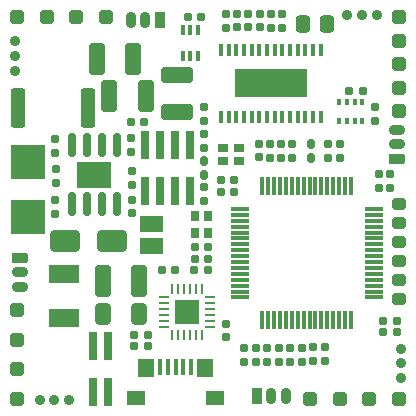
<source format=gbr>
G04 #@! TF.GenerationSoftware,KiCad,Pcbnew,8.0.0-8.0.0-1~ubuntu22.04.1*
G04 #@! TF.CreationDate,2024-03-02T20:13:00+07:00*
G04 #@! TF.ProjectId,FC_ESC_STM32F405RG_26x26,46435f45-5343-45f5-9354-4d3332463430,rev?*
G04 #@! TF.SameCoordinates,Original*
G04 #@! TF.FileFunction,Soldermask,Top*
G04 #@! TF.FilePolarity,Negative*
%FSLAX46Y46*%
G04 Gerber Fmt 4.6, Leading zero omitted, Abs format (unit mm)*
G04 Created by KiCad (PCBNEW 8.0.0-8.0.0-1~ubuntu22.04.1) date 2024-03-02 20:13:00*
%MOMM*%
%LPD*%
G01*
G04 APERTURE LIST*
G04 Aperture macros list*
%AMRoundRect*
0 Rectangle with rounded corners*
0 $1 Rounding radius*
0 $2 $3 $4 $5 $6 $7 $8 $9 X,Y pos of 4 corners*
0 Add a 4 corners polygon primitive as box body*
4,1,4,$2,$3,$4,$5,$6,$7,$8,$9,$2,$3,0*
0 Add four circle primitives for the rounded corners*
1,1,$1+$1,$2,$3*
1,1,$1+$1,$4,$5*
1,1,$1+$1,$6,$7*
1,1,$1+$1,$8,$9*
0 Add four rect primitives between the rounded corners*
20,1,$1+$1,$2,$3,$4,$5,0*
20,1,$1+$1,$4,$5,$6,$7,0*
20,1,$1+$1,$6,$7,$8,$9,0*
20,1,$1+$1,$8,$9,$2,$3,0*%
G04 Aperture macros list end*
%ADD10R,0.900000X0.800000*%
%ADD11RoundRect,0.250000X1.100000X-0.412500X1.100000X0.412500X-1.100000X0.412500X-1.100000X-0.412500X0*%
%ADD12RoundRect,0.160000X-0.160000X0.197500X-0.160000X-0.197500X0.160000X-0.197500X0.160000X0.197500X0*%
%ADD13RoundRect,0.155000X-0.155000X0.212500X-0.155000X-0.212500X0.155000X-0.212500X0.155000X0.212500X0*%
%ADD14R,3.000000X3.000000*%
%ADD15R,2.500000X1.500000*%
%ADD16RoundRect,0.155000X-0.212500X-0.155000X0.212500X-0.155000X0.212500X0.155000X-0.212500X0.155000X0*%
%ADD17C,0.900000*%
%ADD18RoundRect,0.062500X-0.375000X-0.062500X0.375000X-0.062500X0.375000X0.062500X-0.375000X0.062500X0*%
%ADD19RoundRect,0.062500X-0.062500X-0.375000X0.062500X-0.375000X0.062500X0.375000X-0.062500X0.375000X0*%
%ADD20R,2.150000X2.150000*%
%ADD21RoundRect,0.160000X0.160000X-0.197500X0.160000X0.197500X-0.160000X0.197500X-0.160000X-0.197500X0*%
%ADD22R,0.350000X0.500000*%
%ADD23RoundRect,0.250000X-0.412500X-1.100000X0.412500X-1.100000X0.412500X1.100000X-0.412500X1.100000X0*%
%ADD24RoundRect,0.250000X-0.412500X-0.650000X0.412500X-0.650000X0.412500X0.650000X-0.412500X0.650000X0*%
%ADD25RoundRect,0.155000X0.155000X-0.212500X0.155000X0.212500X-0.155000X0.212500X-0.155000X-0.212500X0*%
%ADD26RoundRect,0.300000X-0.300000X-0.300000X0.300000X-0.300000X0.300000X0.300000X-0.300000X0.300000X0*%
%ADD27R,0.740000X2.400000*%
%ADD28R,0.450000X1.380000*%
%ADD29R,1.650000X1.300000*%
%ADD30R,1.425000X1.550000*%
%ADD31RoundRect,0.075000X-0.700000X-0.075000X0.700000X-0.075000X0.700000X0.075000X-0.700000X0.075000X0*%
%ADD32RoundRect,0.075000X-0.075000X-0.700000X0.075000X-0.700000X0.075000X0.700000X-0.075000X0.700000X0*%
%ADD33RoundRect,0.250000X0.350000X0.250000X-0.350000X0.250000X-0.350000X-0.250000X0.350000X-0.250000X0*%
%ADD34R,0.800000X0.900000*%
%ADD35RoundRect,0.160000X0.197500X0.160000X-0.197500X0.160000X-0.197500X-0.160000X0.197500X-0.160000X0*%
%ADD36RoundRect,0.160000X0.160000X-0.222500X0.160000X0.222500X-0.160000X0.222500X-0.160000X-0.222500X0*%
%ADD37RoundRect,0.155000X0.212500X0.155000X-0.212500X0.155000X-0.212500X-0.155000X0.212500X-0.155000X0*%
%ADD38RoundRect,0.150000X-0.150000X0.825000X-0.150000X-0.825000X0.150000X-0.825000X0.150000X0.825000X0*%
%ADD39R,3.000000X2.290000*%
%ADD40RoundRect,0.300000X0.300000X0.300000X-0.300000X0.300000X-0.300000X-0.300000X0.300000X-0.300000X0*%
%ADD41RoundRect,0.030200X0.271800X-0.666800X0.271800X0.666800X-0.271800X0.666800X-0.271800X-0.666800X0*%
%ADD42RoundRect,0.100000X-0.100000X0.350000X-0.100000X-0.350000X0.100000X-0.350000X0.100000X0.350000X0*%
%ADD43RoundRect,0.250000X0.362500X1.425000X-0.362500X1.425000X-0.362500X-1.425000X0.362500X-1.425000X0*%
%ADD44RoundRect,0.300000X-0.300000X0.300000X-0.300000X-0.300000X0.300000X-0.300000X0.300000X0.300000X0*%
%ADD45R,0.400000X1.100000*%
%ADD46R,1.542500X1.200000*%
%ADD47RoundRect,0.160000X-0.197500X-0.160000X0.197500X-0.160000X0.197500X0.160000X-0.197500X0.160000X0*%
%ADD48RoundRect,0.250000X-0.337500X-0.475000X0.337500X-0.475000X0.337500X0.475000X-0.337500X0.475000X0*%
%ADD49RoundRect,0.250000X1.000000X0.650000X-1.000000X0.650000X-1.000000X-0.650000X1.000000X-0.650000X0*%
%ADD50RoundRect,0.300000X0.300000X-0.300000X0.300000X0.300000X-0.300000X0.300000X-0.300000X-0.300000X0*%
%ADD51RoundRect,0.225000X-0.475000X0.225000X-0.475000X-0.225000X0.475000X-0.225000X0.475000X0.225000X0*%
%ADD52O,1.400000X0.900000*%
%ADD53RoundRect,0.225000X0.475000X-0.225000X0.475000X0.225000X-0.475000X0.225000X-0.475000X-0.225000X0*%
%ADD54RoundRect,0.225000X0.225000X0.475000X-0.225000X0.475000X-0.225000X-0.475000X0.225000X-0.475000X0*%
%ADD55O,0.900000X1.400000*%
%ADD56RoundRect,0.225000X-0.225000X-0.475000X0.225000X-0.475000X0.225000X0.475000X-0.225000X0.475000X0*%
G04 APERTURE END LIST*
D10*
X218079300Y-75135900D03*
X216679300Y-75135900D03*
X216679300Y-76235900D03*
X218079300Y-76235900D03*
D11*
X212807300Y-72066800D03*
X212807300Y-68941800D03*
D12*
X202570000Y-76895000D03*
X202570000Y-78090000D03*
D13*
X230850000Y-77319500D03*
X230850000Y-78454500D03*
D14*
X200180000Y-80920000D03*
D15*
X203256900Y-85799300D03*
X203256900Y-89499300D03*
D16*
X208912400Y-72866500D03*
X210047400Y-72866500D03*
D17*
X203700500Y-96457500D03*
X202450500Y-96457500D03*
X201200500Y-96457500D03*
D13*
X215144100Y-71664000D03*
X215144100Y-72799000D03*
D18*
X211725000Y-87730000D03*
X211725000Y-88230000D03*
X211725000Y-88730000D03*
X211725000Y-89230000D03*
X211725000Y-89730000D03*
X211725000Y-90230000D03*
D19*
X212412500Y-90917500D03*
X212912500Y-90917500D03*
X213412500Y-90917500D03*
X213912500Y-90917500D03*
X214412500Y-90917500D03*
X214912500Y-90917500D03*
D18*
X215600000Y-90230000D03*
X215600000Y-89730000D03*
X215600000Y-89230000D03*
X215600000Y-88730000D03*
X215600000Y-88230000D03*
X215600000Y-87730000D03*
D19*
X214912500Y-87042500D03*
X214412500Y-87042500D03*
X213912500Y-87042500D03*
X213412500Y-87042500D03*
X212912500Y-87042500D03*
X212412500Y-87042500D03*
D20*
X213662500Y-88980000D03*
D21*
X220478100Y-93238500D03*
X220478100Y-92043500D03*
D17*
X231755700Y-92088900D03*
X231755700Y-93338900D03*
X231755700Y-94588900D03*
D12*
X220700500Y-74745000D03*
X220700500Y-75940000D03*
D13*
X219830000Y-63752500D03*
X219830000Y-64887500D03*
D12*
X218522300Y-92043500D03*
X218522300Y-93238500D03*
D22*
X228504500Y-72841100D03*
X227854500Y-72841100D03*
X227204500Y-72841100D03*
X226554500Y-72841100D03*
X226554500Y-71241100D03*
X227204500Y-71241100D03*
X227854500Y-71241100D03*
X228504500Y-71241100D03*
D23*
X206012400Y-67532500D03*
X209137400Y-67532500D03*
D24*
X206520400Y-89173300D03*
X209645400Y-89173300D03*
D25*
X226624900Y-75939900D03*
X226624900Y-74804900D03*
D13*
X219512900Y-92060200D03*
X219512900Y-93195200D03*
D26*
X199319900Y-88846900D03*
X199319900Y-91346900D03*
X199319900Y-93846900D03*
X199319900Y-96346900D03*
D12*
X202469500Y-79508000D03*
X202469500Y-80703000D03*
D17*
X199150500Y-68582500D03*
X199150500Y-67332500D03*
X199150500Y-66082500D03*
D21*
X225649900Y-75974900D03*
X225649900Y-74779900D03*
D25*
X216990500Y-91112500D03*
X216990500Y-89977500D03*
D14*
X200180000Y-76290000D03*
D21*
X225354900Y-93162300D03*
X225354900Y-91967300D03*
D27*
X207005000Y-91860000D03*
X207005000Y-95760000D03*
X205735000Y-91860000D03*
X205735000Y-95760000D03*
D23*
X206520400Y-86379300D03*
X209645400Y-86379300D03*
D16*
X230292500Y-90690000D03*
X231427500Y-90690000D03*
D28*
X211405700Y-93615700D03*
X212055700Y-93615700D03*
X212705700Y-93615700D03*
X213355700Y-93615700D03*
X214005700Y-93615700D03*
D29*
X209330700Y-96275700D03*
D30*
X210218200Y-93700700D03*
X215193200Y-93700700D03*
D29*
X216080700Y-96275700D03*
D12*
X222600000Y-74777500D03*
X222600000Y-75972500D03*
D31*
X218119700Y-80264500D03*
X218119700Y-80764500D03*
X218119700Y-81264500D03*
X218119700Y-81764500D03*
X218119700Y-82264500D03*
X218119700Y-82764500D03*
X218119700Y-83264500D03*
X218119700Y-83764500D03*
X218119700Y-84264500D03*
X218119700Y-84764500D03*
X218119700Y-85264500D03*
X218119700Y-85764500D03*
X218119700Y-86264500D03*
X218119700Y-86764500D03*
X218119700Y-87264500D03*
X218119700Y-87764500D03*
D32*
X220044700Y-89689500D03*
X220544700Y-89689500D03*
X221044700Y-89689500D03*
X221544700Y-89689500D03*
X222044700Y-89689500D03*
X222544700Y-89689500D03*
X223044700Y-89689500D03*
X223544700Y-89689500D03*
X224044700Y-89689500D03*
X224544700Y-89689500D03*
X225044700Y-89689500D03*
X225544700Y-89689500D03*
X226044700Y-89689500D03*
X226544700Y-89689500D03*
X227044700Y-89689500D03*
X227544700Y-89689500D03*
D31*
X229469700Y-87764500D03*
X229469700Y-87264500D03*
X229469700Y-86764500D03*
X229469700Y-86264500D03*
X229469700Y-85764500D03*
X229469700Y-85264500D03*
X229469700Y-84764500D03*
X229469700Y-84264500D03*
X229469700Y-83764500D03*
X229469700Y-83264500D03*
X229469700Y-82764500D03*
X229469700Y-82264500D03*
X229469700Y-81764500D03*
X229469700Y-81264500D03*
X229469700Y-80764500D03*
X229469700Y-80264500D03*
D32*
X227544700Y-78339500D03*
X227044700Y-78339500D03*
X226544700Y-78339500D03*
X226044700Y-78339500D03*
X225544700Y-78339500D03*
X225044700Y-78339500D03*
X224544700Y-78339500D03*
X224044700Y-78339500D03*
X223544700Y-78339500D03*
X223044700Y-78339500D03*
X222544700Y-78339500D03*
X222044700Y-78339500D03*
X221544700Y-78339500D03*
X221044700Y-78339500D03*
X220544700Y-78339500D03*
X220044700Y-78339500D03*
D33*
X231628700Y-87890100D03*
X231628700Y-86290100D03*
X231628700Y-84690100D03*
X231628700Y-83090100D03*
X231628700Y-81490100D03*
X231628700Y-79890100D03*
D34*
X215465500Y-82292900D03*
X215465500Y-80892900D03*
X214365500Y-80892900D03*
X214365500Y-82292900D03*
D25*
X218877900Y-64887500D03*
X218877900Y-63752500D03*
D12*
X221650500Y-74745000D03*
X221650500Y-75940000D03*
D35*
X210356800Y-91891100D03*
X209161800Y-91891100D03*
D36*
X224200500Y-75952500D03*
X224200500Y-74807500D03*
D37*
X215448900Y-84474300D03*
X214313900Y-84474300D03*
D12*
X215144100Y-73945400D03*
X215144100Y-75140400D03*
D38*
X207705000Y-74895000D03*
X206435000Y-74895000D03*
X205165000Y-74895000D03*
X203895000Y-74895000D03*
X203895000Y-79845000D03*
X205165000Y-79845000D03*
X206435000Y-79845000D03*
X207705000Y-79845000D03*
D39*
X205800000Y-77370000D03*
D25*
X229926900Y-78454500D03*
X229926900Y-77319500D03*
D27*
X210089500Y-78722300D03*
X210089500Y-74822300D03*
X211359500Y-78722300D03*
X211359500Y-74822300D03*
X212629500Y-78722300D03*
X212629500Y-74822300D03*
X213899500Y-78722300D03*
X213899500Y-74822300D03*
D25*
X215118700Y-79580800D03*
X215118700Y-78445800D03*
D40*
X231660000Y-72010000D03*
X231660000Y-70010000D03*
X231660000Y-68010000D03*
X231660000Y-66010000D03*
X231660000Y-64010000D03*
D25*
X217930000Y-64887500D03*
X217930000Y-63752500D03*
D36*
X215144100Y-77357600D03*
X215144100Y-76212600D03*
D12*
X223388100Y-92008600D03*
X223388100Y-93203600D03*
X216990000Y-63742500D03*
X216990000Y-64937500D03*
D41*
X210040000Y-83440000D03*
X210690000Y-83440000D03*
X211340000Y-83440000D03*
X211340000Y-81520000D03*
X210690000Y-81520000D03*
X210040000Y-81520000D03*
D42*
X214610700Y-65154700D03*
X213960700Y-65154700D03*
X213310700Y-65154700D03*
X213310700Y-67354700D03*
X213960700Y-67354700D03*
X214610700Y-67354700D03*
D13*
X208980000Y-79510000D03*
X208980000Y-80645000D03*
D16*
X214297200Y-85464900D03*
X215432200Y-85464900D03*
D21*
X224379900Y-93162300D03*
X224379900Y-91967300D03*
D37*
X212689000Y-85439500D03*
X211554000Y-85439500D03*
D25*
X208970000Y-75417500D03*
X208970000Y-74282500D03*
D37*
X231427500Y-89740000D03*
X230292500Y-89740000D03*
X228555300Y-70263100D03*
X227420300Y-70263100D03*
D23*
X207079200Y-70732900D03*
X210204200Y-70732900D03*
D12*
X202494900Y-74335000D03*
X202494900Y-75530000D03*
D16*
X213738400Y-63976500D03*
X214873400Y-63976500D03*
D43*
X205254200Y-71750000D03*
X199329200Y-71750000D03*
D44*
X206798300Y-64000000D03*
X204298300Y-64000000D03*
X201798300Y-64000000D03*
X199298300Y-64000000D03*
D45*
X216552700Y-72470500D03*
X217202700Y-72470500D03*
X217852700Y-72470500D03*
X218502700Y-72470500D03*
X219152700Y-72470500D03*
X219802700Y-72470500D03*
X220452700Y-72470500D03*
X221102700Y-72470500D03*
X221752700Y-72470500D03*
X222402700Y-72470500D03*
X223052700Y-72470500D03*
X223702700Y-72470500D03*
X224352700Y-72470500D03*
X225002700Y-72470500D03*
X225002700Y-66770500D03*
X224352700Y-66770500D03*
X223702700Y-66770500D03*
X223052700Y-66770500D03*
X222402700Y-66770500D03*
X221752700Y-66770500D03*
X221102700Y-66770500D03*
X220452700Y-66770500D03*
X219802700Y-66770500D03*
X219152700Y-66770500D03*
X218502700Y-66770500D03*
X217852700Y-66770500D03*
X217202700Y-66770500D03*
X216552700Y-66770500D03*
D46*
X218463950Y-70220500D03*
X220006450Y-70220500D03*
X221548950Y-70220500D03*
X223091450Y-70220500D03*
X218463950Y-69020500D03*
X220006450Y-69020500D03*
X221548950Y-69020500D03*
X223091450Y-69020500D03*
D25*
X221750000Y-64910000D03*
X221750000Y-63775000D03*
D47*
X209161800Y-90925900D03*
X210356800Y-90925900D03*
D12*
X209000000Y-77082500D03*
X209000000Y-78277500D03*
D21*
X220800000Y-64940000D03*
X220800000Y-63745000D03*
D37*
X217650500Y-77832500D03*
X216515500Y-77832500D03*
D21*
X222433900Y-93213100D03*
X222433900Y-92018100D03*
D48*
X223463000Y-64582500D03*
X225538000Y-64582500D03*
D12*
X229622100Y-71634700D03*
X229622100Y-72829700D03*
D37*
X215457600Y-83509100D03*
X214322600Y-83509100D03*
D49*
X207320900Y-82975700D03*
X203320900Y-82975700D03*
D13*
X221468700Y-92060200D03*
X221468700Y-93195200D03*
D25*
X219770500Y-75895000D03*
X219770500Y-74760000D03*
D37*
X217650500Y-78832500D03*
X216515500Y-78832500D03*
D17*
X227220500Y-63832500D03*
X228470500Y-63832500D03*
X229720500Y-63832500D03*
D50*
X224120000Y-96360000D03*
X226620000Y-96360000D03*
X229120000Y-96360000D03*
X231620000Y-96360000D03*
D51*
X199525500Y-84382500D03*
D52*
X199525500Y-85632500D03*
X199525500Y-86882500D03*
D53*
X231450900Y-76046900D03*
D52*
X231450900Y-74796900D03*
X231450900Y-73546900D03*
D54*
X211400500Y-64232500D03*
D55*
X210150500Y-64232500D03*
X208900500Y-64232500D03*
D56*
X219575500Y-96082500D03*
D55*
X220825500Y-96082500D03*
X222075500Y-96082500D03*
M02*

</source>
